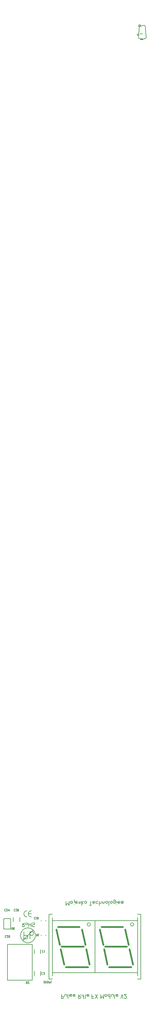
<source format=gbr>
G04 start of page 9 for group -4078 idx -4078 *
G04 Title: (unknown), bottomsilk *
G04 Creator: pcb 1.99z *
G04 CreationDate: Tue May  7 13:19:40 2013 UTC *
G04 For: matt *
G04 Format: Gerber/RS-274X *
G04 PCB-Dimensions (mil): 2165.35 1377.95 *
G04 PCB-Coordinate-Origin: lower left *
%MOIN*%
%FSLAX25Y25*%
%LNBOTTOMSILK*%
%ADD128C,0.0197*%
%ADD127C,0.0059*%
%ADD126C,0.0063*%
%ADD125C,0.0059*%
G54D125*X37402Y82717D02*X49606Y94921D01*
X43504Y80157D02*G75*G03X52165Y88819I0J8661D01*G01*
G75*G03X43504Y97480I-8661J0D01*G01*
G75*G03X34843Y88819I0J-8661D01*G01*
G75*G03X43504Y80157I8661J0D01*G01*
X82470Y16160D02*Y20800D01*
X81890Y16160D02*X84210D01*
X84790Y16740D01*
Y17900D01*
X84210Y18480D02*X84790Y17900D01*
X82470Y18480D02*X84210D01*
X86182D02*Y20220D01*
X86762Y20800D01*
X87922D01*
X88502Y20220D01*
Y18480D02*Y20220D01*
X89894Y16160D02*Y20220D01*
X90474Y20800D01*
X92214D02*X93954D01*
X94534Y20220D01*
X93954Y19640D02*X94534Y20220D01*
X92214Y19640D02*X93954D01*
X91634Y19060D02*X92214Y19640D01*
X91634Y19060D02*X92214Y18480D01*
X93954D01*
X94534Y19060D01*
X91634Y20220D02*X92214Y20800D01*
X96506D02*X98246D01*
X95926Y20220D02*X96506Y20800D01*
X95926Y19060D02*Y20220D01*
Y19060D02*X96506Y18480D01*
X97666D01*
X98246Y19060D01*
X95926Y19640D02*X98246D01*
Y19060D02*Y19640D01*
X101726Y16160D02*X104046D01*
X104626Y16740D01*
Y17900D01*
X104046Y18480D02*X104626Y17900D01*
X102306Y18480D02*X104046D01*
X102306Y16160D02*Y20800D01*
X103234Y18480D02*X104626Y20800D01*
X106018Y17320D02*Y17436D01*
Y19060D02*Y20800D01*
X107758Y16740D02*Y20800D01*
Y16740D02*X108338Y16160D01*
X108918D01*
X107178Y18480D02*X108338D01*
X110078Y16160D02*Y20220D01*
X110658Y20800D01*
X112398D02*X114138D01*
X111818Y20220D02*X112398Y20800D01*
X111818Y19060D02*Y20220D01*
Y19060D02*X112398Y18480D01*
X113558D01*
X114138Y19060D01*
X111818Y19640D02*X114138D01*
Y19060D02*Y19640D01*
X117618Y16160D02*Y20800D01*
Y16160D02*X119938D01*
X117618Y18248D02*X119358D01*
X121330Y20800D02*X124230Y16160D01*
X121330D02*X124230Y20800D01*
X127710Y16160D02*Y20800D01*
Y16160D02*X129450Y18480D01*
X131190Y16160D01*
Y20800D01*
X132582Y19060D02*Y20220D01*
Y19060D02*X133162Y18480D01*
X134322D01*
X134902Y19060D01*
Y20220D01*
X134322Y20800D02*X134902Y20220D01*
X133162Y20800D02*X134322D01*
X132582Y20220D02*X133162Y20800D01*
X138614Y16160D02*Y20800D01*
X138034D02*X138614Y20220D01*
X136874Y20800D02*X138034D01*
X136294Y20220D02*X136874Y20800D01*
X136294Y19060D02*Y20220D01*
Y19060D02*X136874Y18480D01*
X138034D01*
X138614Y19060D01*
X140006Y18480D02*Y20220D01*
X140586Y20800D01*
X141746D01*
X142326Y20220D01*
Y18480D02*Y20220D01*
X143718Y16160D02*Y20220D01*
X144298Y20800D01*
X146038D02*X147778D01*
X145458Y20220D02*X146038Y20800D01*
X145458Y19060D02*Y20220D01*
Y19060D02*X146038Y18480D01*
X147198D01*
X147778Y19060D01*
X145458Y19640D02*X147778D01*
Y19060D02*Y19640D01*
X151258Y16160D02*X152418Y20800D01*
X153578Y16160D01*
X154970Y16740D02*X155550Y16160D01*
X157290D01*
X157870Y16740D01*
Y17900D01*
X154970Y20800D02*X157870Y17900D01*
X154970Y20800D02*X157870D01*
G54D126*X38860Y84650D02*Y93170D01*
X37795Y84650D02*X42055D01*
X43120Y85715D01*
Y87845D01*
X42055Y88910D02*X43120Y87845D01*
X38860Y88910D02*X42055D01*
X45676Y84650D02*Y93170D01*
Y92105D02*X46741Y93170D01*
X48871D01*
X49936Y92105D01*
Y89975D02*Y92105D01*
X48871Y88910D02*X49936Y89975D01*
X46741Y88910D02*X48871D01*
X45676Y89975D02*X46741Y88910D01*
G54D125*X36811Y98777D02*X39011D01*
X39561Y99327D01*
Y100427D01*
X39011Y100977D02*X39561Y100427D01*
X37361Y100977D02*X39011D01*
X37361Y98777D02*Y103177D01*
X38241Y100977D02*X39561Y103177D01*
X40881Y101527D02*Y102627D01*
Y101527D02*X41431Y100977D01*
X42531D01*
X43081Y101527D01*
Y102627D01*
X42531Y103177D02*X43081Y102627D01*
X41431Y103177D02*X42531D01*
X40881Y102627D02*X41431Y103177D01*
X44401Y98777D02*Y103177D01*
X47151Y98777D02*Y103177D01*
X44401Y100977D02*X47151D01*
X50671Y98777D02*X51221Y99327D01*
X49021Y98777D02*X50671D01*
X48471Y99327D02*X49021Y98777D01*
X48471Y99327D02*Y100427D01*
X49021Y100977D01*
X50671D01*
X51221Y101527D01*
Y102627D01*
X50671Y103177D02*X51221Y102627D01*
X49021Y103177D02*X50671D01*
X48471Y102627D02*X49021Y103177D01*
X87598Y123443D02*Y128083D01*
Y123443D02*X89338Y125763D01*
X91078Y123443D01*
Y128083D01*
X94210Y125763D02*X94790Y126343D01*
X93050Y125763D02*X94210D01*
X92470Y126343D02*X93050Y125763D01*
X92470Y126343D02*Y127503D01*
X93050Y128083D01*
X94790Y125763D02*Y127503D01*
X95370Y128083D01*
X93050D02*X94210D01*
X94790Y127503D01*
X97342Y124603D02*Y124719D01*
Y126343D02*Y129243D01*
X96762Y129823D02*X97342Y129243D01*
X99082Y128083D02*X100822D01*
X98502Y127503D02*X99082Y128083D01*
X98502Y126343D02*Y127503D01*
Y126343D02*X99082Y125763D01*
X100242D01*
X100822Y126343D01*
X98502Y126923D02*X100822D01*
Y126343D02*Y126923D01*
X102794Y126343D02*Y128083D01*
Y126343D02*X103374Y125763D01*
X103954D01*
X104534Y126343D01*
Y128083D01*
X102214Y125763D02*X102794Y126343D01*
X105926Y123443D02*Y128083D01*
Y126343D02*X107666Y128083D01*
X105926Y126343D02*X107086Y125183D01*
X109058Y126343D02*Y127503D01*
Y126343D02*X109638Y125763D01*
X110798D01*
X111378Y126343D01*
Y127503D01*
X110798Y128083D02*X111378Y127503D01*
X109638Y128083D02*X110798D01*
X109058Y127503D02*X109638Y128083D01*
X114858Y123443D02*X117178D01*
X116018D02*Y128083D01*
X119150D02*X120890D01*
X118570Y127503D02*X119150Y128083D01*
X118570Y126343D02*Y127503D01*
Y126343D02*X119150Y125763D01*
X120310D01*
X120890Y126343D01*
X118570Y126923D02*X120890D01*
Y126343D02*Y126923D01*
X122862Y125763D02*X124602D01*
X122282Y126343D02*X122862Y125763D01*
X122282Y126343D02*Y127503D01*
X122862Y128083D01*
X124602D01*
X125994Y123443D02*Y128083D01*
Y126343D02*X126574Y125763D01*
X127734D01*
X128314Y126343D01*
Y128083D01*
X130286Y126343D02*Y128083D01*
Y126343D02*X130866Y125763D01*
X131446D01*
X132026Y126343D01*
Y128083D01*
X129706Y125763D02*X130286Y126343D01*
X133418D02*Y127503D01*
Y126343D02*X133998Y125763D01*
X135158D01*
X135738Y126343D01*
Y127503D01*
X135158Y128083D02*X135738Y127503D01*
X133998Y128083D02*X135158D01*
X133418Y127503D02*X133998Y128083D01*
X137130Y123443D02*Y127503D01*
X137710Y128083D01*
X138870Y126343D02*Y127503D01*
Y126343D02*X139450Y125763D01*
X140610D01*
X141190Y126343D01*
Y127503D01*
X140610Y128083D02*X141190Y127503D01*
X139450Y128083D02*X140610D01*
X138870Y127503D02*X139450Y128083D01*
X144322Y125763D02*X144902Y126343D01*
X143162Y125763D02*X144322D01*
X142582Y126343D02*X143162Y125763D01*
X142582Y126343D02*Y127503D01*
X143162Y128083D01*
X144322D01*
X144902Y127503D01*
X142582Y129243D02*X143162Y129823D01*
X144322D01*
X144902Y129243D01*
Y125763D02*Y129243D01*
X146294Y124603D02*Y124719D01*
Y126343D02*Y128083D01*
X148034D02*X149774D01*
X147454Y127503D02*X148034Y128083D01*
X147454Y126343D02*Y127503D01*
Y126343D02*X148034Y125763D01*
X149194D01*
X149774Y126343D01*
X147454Y126923D02*X149774D01*
Y126343D02*Y126923D01*
X151747Y128083D02*X153487D01*
X154067Y127503D01*
X153487Y126923D02*X154067Y127503D01*
X151747Y126923D02*X153487D01*
X151167Y126343D02*X151747Y126923D01*
X151167Y126343D02*X151747Y125763D01*
X153487D01*
X154067Y126343D01*
X151167Y127503D02*X151747Y128083D01*
X172587Y1137598D02*X179140Y1137727D01*
X180425Y1123464D01*
X171417Y1123593D02*X172598Y1137598D01*
X173383Y1128216D02*X176227D01*
X170236Y1126348D02*X171649D01*
X170236D02*Y1127923D01*
X171782D01*
X173816Y1121576D02*X176514D01*
Y1122517D01*
X173816D02*X176514D01*
X173816Y1121576D02*Y1122517D01*
X174287Y1122046D02*X176043D01*
X171431Y1123464D02*X171811Y1123199D01*
X172401Y1122805D01*
X173035Y1122468D01*
X173835Y1122175D01*
X180425Y1123464D02*X179959Y1123166D01*
X179291Y1122805D01*
X178307Y1122411D01*
X177519Y1122163D01*
X176514Y1121996D01*
X178857Y1122503D02*Y1123186D01*
X178662Y1138225D02*X178700Y1138159D01*
X172795Y1135994D02*G75*G03X174173Y1137372I0J1378D01*G01*
G75*G03X172795Y1138750I-1378J0D01*G01*
G75*G03X171417Y1137372I0J-1378D01*G01*
G75*G03X172795Y1135994I1378J0D01*G01*
G54D127*X71654Y45906D02*X170472D01*
Y41969D02*Y109291D01*
X121260Y45906D02*Y105748D01*
X67717Y38425D02*Y113228D01*
X174016D02*Y38425D01*
X71654Y41969D02*Y109291D01*
X67717Y38425D02*X71654D01*
X174016D02*X170079D01*
X174016Y113228D02*X170079D01*
G54D128*X128740Y98465D02*X153346D01*
X126772Y95512D02*X130709Y77795D01*
X156299Y95512D02*X160236Y77795D01*
X132677Y75827D02*X158268D01*
X131693Y72874D02*X135630Y55157D01*
X161220Y72874D02*X165157Y55157D01*
X137598Y52205D02*X163189D01*
X78543Y98465D02*X103150D01*
X76575Y95512D02*X80512Y77795D01*
X106102Y95512D02*X110039Y77795D01*
X82480Y75827D02*X108071D01*
X81496Y72874D02*X85433Y55157D01*
X111024Y72874D02*X114961Y55157D01*
X87402Y52205D02*X112992D01*
G54D127*X71654Y105748D02*X170472D01*
X67717Y113228D02*X71654D01*
X166142Y101417D02*G75*G03X164173Y103386I-1969J0D01*G01*
Y99449D02*G75*G03X166142Y101417I0J1969D01*G01*
X162205D02*G75*G03X164173Y99449I1969J0D01*G01*
Y103386D02*G75*G03X162205Y101417I0J-1969D01*G01*
X115945D02*G75*G03X113976Y103386I-1969J0D01*G01*
Y99449D02*G75*G03X115945Y101417I0J1969D01*G01*
X112008D02*G75*G03X113976Y99449I1969J0D01*G01*
Y103386D02*G75*G03X112008Y101417I0J-1969D01*G01*
G54D125*X58268Y47284D02*Y42560D01*
X50788Y47284D02*Y42560D01*
X19839Y37021D02*Y78421D01*
X48339D01*
Y37021D01*
X19839D01*
X50788Y72481D02*Y67757D01*
X58268Y72481D02*Y67757D01*
X43898Y113622D02*X47441D01*
X38780D02*G75*G03X42323Y110079I3543J0D01*G01*
Y117165D02*G75*G03X38780Y113622I0J-3543D01*G01*
X43898D02*G75*G03X47441Y110079I3543J0D01*G01*
Y117165D02*G75*G03X43898Y113622I0J-3543D01*G01*
X58662Y106141D02*Y105355D01*
X64172Y106141D02*Y105355D01*
Y89212D02*Y88426D01*
X58662Y89212D02*Y88426D01*
X34055Y109488D02*Y104764D01*
X26575Y109488D02*Y104764D01*
X23575Y108107D02*Y96207D01*
X15575D02*X23575D01*
X15575Y108107D02*Y96207D01*
Y108107D02*X23575D01*
X62111Y33710D02*Y36110D01*
X62891Y33710D02*X63311Y34130D01*
Y35690D01*
X62891Y36110D02*X63311Y35690D01*
X61811Y36110D02*X62891D01*
X61811Y33710D02*X62891D01*
X64031D02*X64631D01*
X64331D02*Y36110D01*
X64031D02*X64631D01*
X66551Y33710D02*X66851Y34010D01*
X65651Y33710D02*X66551D01*
X65351Y34010D02*X65651Y33710D01*
X65351Y34010D02*Y34610D01*
X65651Y34910D01*
X66551D01*
X66851Y35210D01*
Y35810D01*
X66551Y36110D02*X66851Y35810D01*
X65651Y36110D02*X66551D01*
X65351Y35810D02*X65651Y36110D01*
X67871Y33710D02*Y36110D01*
X67571Y33710D02*X68771D01*
X69071Y34010D01*
Y34610D01*
X68771Y34910D02*X69071Y34610D01*
X67871Y34910D02*X68771D01*
X69791Y34190D02*X70271Y33710D01*
Y36110D01*
X69791D02*X70691D01*
X60499Y71583D02*X61279D01*
X60079Y71163D02*X60499Y71583D01*
X60079Y69603D02*Y71163D01*
Y69603D02*X60499Y69183D01*
X61279D01*
X61999Y69663D02*X62479Y69183D01*
Y71583D01*
X61999D02*X62899D01*
X41339Y33120D02*Y35220D01*
X41639Y35520D01*
X42239D01*
X42539Y35220D01*
Y33120D02*Y35220D01*
X43259Y33420D02*X43559Y33120D01*
X44459D01*
X44759Y33420D01*
Y34020D01*
X43259Y35520D02*X44759Y34020D01*
X43259Y35520D02*X44759D01*
X59829Y46189D02*X60609D01*
X59409Y45769D02*X59829Y46189D01*
X59409Y44209D02*Y45769D01*
Y44209D02*X59829Y43789D01*
X60609D01*
X61329Y44089D02*X61629Y43789D01*
X62529D01*
X62829Y44089D01*
Y44689D01*
X61329Y46189D02*X62829Y44689D01*
X61329Y46189D02*X62829D01*
X28018Y119220D02*X28798D01*
X27598Y118800D02*X28018Y119220D01*
X27598Y117240D02*Y118800D01*
Y117240D02*X28018Y116820D01*
X28798D01*
X29518Y117120D02*X29818Y116820D01*
X30718D01*
X31018Y117120D01*
Y117720D01*
X29518Y119220D02*X31018Y117720D01*
X29518Y119220D02*X31018D01*
X31738Y116820D02*X32938D01*
X31738D02*Y118020D01*
X32038Y117720D01*
X32638D01*
X32938Y118020D01*
Y118920D01*
X32638Y119220D02*X32938Y118920D01*
X32038Y119220D02*X32638D01*
X31738Y118920D02*X32038Y119220D01*
X53149Y88041D02*X54349D01*
X54649Y88341D01*
Y88941D01*
X54349Y89241D02*X54649Y88941D01*
X53449Y89241D02*X54349D01*
X53449Y88041D02*Y90441D01*
X53929Y89241D02*X54649Y90441D01*
X55369Y88521D02*X55849Y88041D01*
Y90441D01*
X55369D02*X56269D01*
X51207Y109930D02*X51987D01*
X50787Y109510D02*X51207Y109930D01*
X50787Y107950D02*Y109510D01*
Y107950D02*X51207Y107530D01*
X51987D01*
X52707Y108010D02*X53187Y107530D01*
Y109930D01*
X52707D02*X53607D01*
X54327Y109630D02*X54627Y109930D01*
X54327Y109150D02*Y109630D01*
Y109150D02*X54747Y108730D01*
X55107D01*
X55527Y109150D01*
Y109630D01*
X55227Y109930D02*X55527Y109630D01*
X54627Y109930D02*X55227D01*
X54327Y108310D02*X54747Y108730D01*
X54327Y107830D02*Y108310D01*
Y107830D02*X54627Y107530D01*
X55227D01*
X55527Y107830D01*
Y108310D01*
X55107Y108730D02*X55527Y108310D01*
X24609Y95317D02*Y97417D01*
X24909Y97717D01*
X25509D01*
X25809Y97417D01*
Y95317D02*Y97417D01*
X27429Y95317D02*X27729Y95617D01*
X26829Y95317D02*X27429D01*
X26529Y95617D02*X26829Y95317D01*
X26529Y95617D02*Y97417D01*
X26829Y97717D01*
X27429Y96397D02*X27729Y96697D01*
X26529Y96397D02*X27429D01*
X26829Y97717D02*X27429D01*
X27729Y97417D01*
Y96697D02*Y97417D01*
X17546Y88866D02*X18326D01*
X17126Y88446D02*X17546Y88866D01*
X17126Y86886D02*Y88446D01*
Y86886D02*X17546Y86466D01*
X18326D01*
X19046Y86766D02*X19346Y86466D01*
X20246D01*
X20546Y86766D01*
Y87366D01*
X19046Y88866D02*X20546Y87366D01*
X19046Y88866D02*X20546D01*
X21266Y86766D02*X21566Y86466D01*
X22166D01*
X22466Y86766D01*
X22166Y88866D02*X22466Y88566D01*
X21566Y88866D02*X22166D01*
X21266Y88566D02*X21566Y88866D01*
Y87546D02*X22166D01*
X22466Y86766D02*Y87246D01*
Y87846D02*Y88566D01*
Y87846D02*X22166Y87546D01*
X22466Y87246D02*X22166Y87546D01*
X16758Y119181D02*X17538D01*
X16338Y118761D02*X16758Y119181D01*
X16338Y117201D02*Y118761D01*
Y117201D02*X16758Y116781D01*
X17538D01*
X18258Y117081D02*X18558Y116781D01*
X19458D01*
X19758Y117081D01*
Y117681D01*
X18258Y119181D02*X19758Y117681D01*
X18258Y119181D02*X19758D01*
X20478Y118281D02*X21678Y116781D01*
X20478Y118281D02*X21978D01*
X21678Y116781D02*Y119181D01*
M02*

</source>
